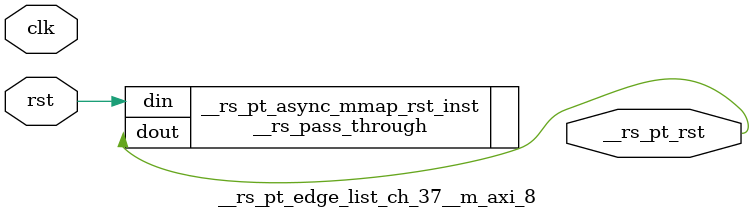
<source format=v>
`timescale 1 ns / 1 ps
/**   Generated by RapidStream   **/
module __rs_pt_edge_list_ch_37__m_axi_8 #(
    parameter BufferSize         = 32,
    parameter BufferSizeLog      = 5,
    parameter AddrWidth          = 64,
    parameter AxiSideAddrWidth   = 64,
    parameter DataWidth          = 512,
    parameter DataWidthBytesLog  = 6,
    parameter WaitTimeWidth      = 4,
    parameter BurstLenWidth      = 8,
    parameter EnableReadChannel  = 1,
    parameter EnableWriteChannel = 1,
    parameter MaxWaitTime        = 3,
    parameter MaxBurstLen        = 15
) (
    output wire __rs_pt_rst,
    input wire  clk,
    input wire  rst
);




__rs_pass_through #(
    .WIDTH (1)
) __rs_pt_async_mmap_rst_inst /**   Generated by RapidStream   **/ (
    .din  (rst),
    .dout (__rs_pt_rst)
);

endmodule  // __rs_pt_edge_list_ch_37__m_axi_8
</source>
